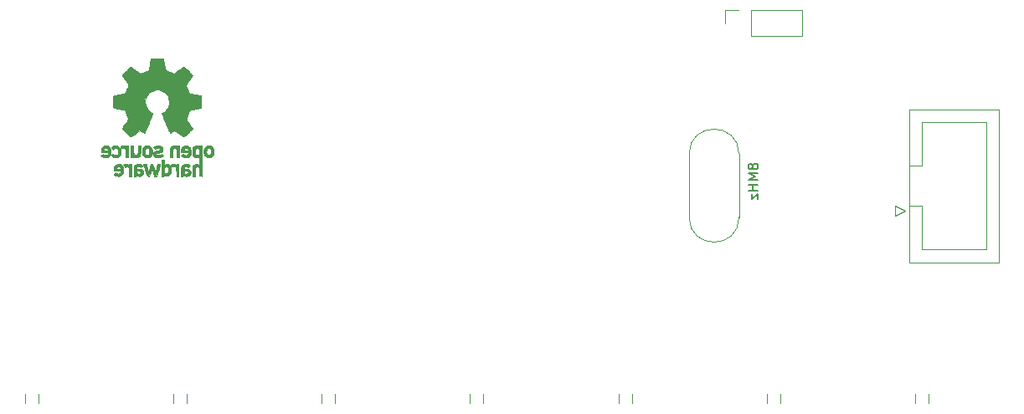
<source format=gbo>
G04 #@! TF.GenerationSoftware,KiCad,Pcbnew,(5.1.9)-1*
G04 #@! TF.CreationDate,2021-04-20T14:37:47+02:00*
G04 #@! TF.ProjectId,light-external-controller,6c696768-742d-4657-9874-65726e616c2d,rev?*
G04 #@! TF.SameCoordinates,Original*
G04 #@! TF.FileFunction,Legend,Bot*
G04 #@! TF.FilePolarity,Positive*
%FSLAX46Y46*%
G04 Gerber Fmt 4.6, Leading zero omitted, Abs format (unit mm)*
G04 Created by KiCad (PCBNEW (5.1.9)-1) date 2021-04-20 14:37:47*
%MOMM*%
%LPD*%
G01*
G04 APERTURE LIST*
%ADD10C,0.150000*%
%ADD11C,0.010000*%
%ADD12C,0.120000*%
%ADD13C,1.524000*%
%ADD14C,1.500000*%
%ADD15O,3.048000X1.850000*%
%ADD16R,2.000000X2.000000*%
%ADD17C,2.000000*%
%ADD18R,3.200000X2.000000*%
%ADD19R,0.900000X0.500000*%
%ADD20O,1.700000X1.700000*%
%ADD21R,1.700000X1.700000*%
%ADD22C,1.700000*%
%ADD23C,3.700000*%
G04 APERTURE END LIST*
D10*
X128880952Y-101404761D02*
X128833333Y-101309523D01*
X128785714Y-101261904D01*
X128690476Y-101214285D01*
X128642857Y-101214285D01*
X128547619Y-101261904D01*
X128500000Y-101309523D01*
X128452380Y-101404761D01*
X128452380Y-101595238D01*
X128500000Y-101690476D01*
X128547619Y-101738095D01*
X128642857Y-101785714D01*
X128690476Y-101785714D01*
X128785714Y-101738095D01*
X128833333Y-101690476D01*
X128880952Y-101595238D01*
X128880952Y-101404761D01*
X128928571Y-101309523D01*
X128976190Y-101261904D01*
X129071428Y-101214285D01*
X129261904Y-101214285D01*
X129357142Y-101261904D01*
X129404761Y-101309523D01*
X129452380Y-101404761D01*
X129452380Y-101595238D01*
X129404761Y-101690476D01*
X129357142Y-101738095D01*
X129261904Y-101785714D01*
X129071428Y-101785714D01*
X128976190Y-101738095D01*
X128928571Y-101690476D01*
X128880952Y-101595238D01*
X129452380Y-102214285D02*
X128452380Y-102214285D01*
X129166666Y-102547619D01*
X128452380Y-102880952D01*
X129452380Y-102880952D01*
X129452380Y-103357142D02*
X128452380Y-103357142D01*
X128928571Y-103357142D02*
X128928571Y-103928571D01*
X129452380Y-103928571D02*
X128452380Y-103928571D01*
X128785714Y-104309523D02*
X128785714Y-104833333D01*
X129452380Y-104309523D01*
X129452380Y-104833333D01*
D11*
G36*
X67953465Y-91133172D02*
G01*
X67840883Y-91730363D01*
X67425469Y-91901610D01*
X67010056Y-92072857D01*
X66511698Y-91733978D01*
X66372132Y-91639622D01*
X66245972Y-91555375D01*
X66139105Y-91485083D01*
X66057418Y-91432592D01*
X66006799Y-91401749D01*
X65993014Y-91395098D01*
X65968180Y-91412203D01*
X65915112Y-91459489D01*
X65839760Y-91530917D01*
X65748071Y-91620445D01*
X65645993Y-91722034D01*
X65539474Y-91829643D01*
X65434464Y-91937232D01*
X65336909Y-92038760D01*
X65252758Y-92128186D01*
X65187960Y-92199471D01*
X65148462Y-92246573D01*
X65139020Y-92262337D01*
X65152609Y-92291398D01*
X65190707Y-92355066D01*
X65249306Y-92447112D01*
X65324403Y-92561309D01*
X65411991Y-92691429D01*
X65462746Y-92765646D01*
X65555255Y-92901167D01*
X65637460Y-93023461D01*
X65705370Y-93126440D01*
X65755000Y-93204018D01*
X65782360Y-93250106D01*
X65786471Y-93259792D01*
X65777151Y-93287319D01*
X65751746Y-93351473D01*
X65714089Y-93443235D01*
X65668014Y-93553584D01*
X65617354Y-93673500D01*
X65565941Y-93793964D01*
X65517611Y-93905954D01*
X65476194Y-94000452D01*
X65445526Y-94068437D01*
X65429438Y-94100888D01*
X65428489Y-94102165D01*
X65403228Y-94108362D01*
X65335954Y-94122185D01*
X65233640Y-94142277D01*
X65103259Y-94167279D01*
X64951784Y-94195831D01*
X64863406Y-94212296D01*
X64701548Y-94243114D01*
X64555351Y-94272439D01*
X64432213Y-94298666D01*
X64339531Y-94320191D01*
X64284699Y-94335410D01*
X64273677Y-94340238D01*
X64262881Y-94372919D01*
X64254171Y-94446730D01*
X64247540Y-94553037D01*
X64242982Y-94683212D01*
X64240491Y-94828621D01*
X64240062Y-94980635D01*
X64241689Y-95130622D01*
X64245365Y-95269951D01*
X64251085Y-95389990D01*
X64258842Y-95482110D01*
X64268632Y-95537677D01*
X64274504Y-95549245D01*
X64309601Y-95563110D01*
X64383972Y-95582933D01*
X64487777Y-95606384D01*
X64611181Y-95631136D01*
X64654259Y-95639143D01*
X64861953Y-95677186D01*
X65026016Y-95707824D01*
X65151870Y-95732274D01*
X65244935Y-95751754D01*
X65310633Y-95767481D01*
X65354383Y-95780673D01*
X65381608Y-95792549D01*
X65397728Y-95804325D01*
X65399983Y-95806653D01*
X65422497Y-95844145D01*
X65456842Y-95917110D01*
X65499589Y-96016612D01*
X65547308Y-96133718D01*
X65596570Y-96259493D01*
X65643945Y-96385002D01*
X65686005Y-96501310D01*
X65719320Y-96599484D01*
X65740459Y-96670588D01*
X65745995Y-96705687D01*
X65745534Y-96706917D01*
X65726777Y-96735606D01*
X65684224Y-96798730D01*
X65622347Y-96889718D01*
X65545618Y-97002000D01*
X65458509Y-97129005D01*
X65433701Y-97165098D01*
X65345247Y-97295948D01*
X65267412Y-97415336D01*
X65204434Y-97516407D01*
X65160555Y-97592304D01*
X65140015Y-97636172D01*
X65139020Y-97641562D01*
X65156278Y-97669889D01*
X65203964Y-97726006D01*
X65275950Y-97803882D01*
X65366103Y-97897485D01*
X65468295Y-98000786D01*
X65576394Y-98107751D01*
X65684272Y-98212351D01*
X65785796Y-98308554D01*
X65874838Y-98390329D01*
X65945267Y-98451645D01*
X65990953Y-98486471D01*
X66003591Y-98492157D01*
X66033009Y-98478765D01*
X66093239Y-98442644D01*
X66174470Y-98389881D01*
X66236970Y-98347412D01*
X66350215Y-98269485D01*
X66484326Y-98177729D01*
X66618845Y-98086120D01*
X66691167Y-98037091D01*
X66935962Y-97871515D01*
X67141449Y-97982620D01*
X67235064Y-98031293D01*
X67314670Y-98069126D01*
X67368533Y-98090703D01*
X67382243Y-98093706D01*
X67398730Y-98071538D01*
X67431255Y-98008894D01*
X67477391Y-97911554D01*
X67534710Y-97785294D01*
X67600784Y-97635895D01*
X67673185Y-97469133D01*
X67749484Y-97290787D01*
X67827254Y-97106636D01*
X67904066Y-96922457D01*
X67977494Y-96744030D01*
X68045108Y-96577132D01*
X68104480Y-96427542D01*
X68153184Y-96301038D01*
X68188790Y-96203399D01*
X68208870Y-96140402D01*
X68212100Y-96118766D01*
X68186504Y-96091169D01*
X68130461Y-96046370D01*
X68055689Y-95993679D01*
X68049413Y-95989510D01*
X67856155Y-95834814D01*
X67700326Y-95654336D01*
X67583276Y-95453847D01*
X67506355Y-95239119D01*
X67470914Y-95015922D01*
X67478303Y-94790026D01*
X67529873Y-94567204D01*
X67626974Y-94353224D01*
X67655542Y-94306409D01*
X67804132Y-94117363D01*
X67979673Y-93965557D01*
X68176090Y-93851779D01*
X68387307Y-93776820D01*
X68607247Y-93741467D01*
X68829837Y-93746512D01*
X69048999Y-93792744D01*
X69258658Y-93880951D01*
X69452739Y-94011924D01*
X69512774Y-94065082D01*
X69665565Y-94231484D01*
X69776903Y-94406657D01*
X69853277Y-94603011D01*
X69895813Y-94797462D01*
X69906314Y-95016087D01*
X69871299Y-95235797D01*
X69794327Y-95449165D01*
X69678953Y-95648767D01*
X69528734Y-95827174D01*
X69347227Y-95976962D01*
X69323373Y-95992751D01*
X69247799Y-96044457D01*
X69190349Y-96089257D01*
X69162883Y-96117862D01*
X69162483Y-96118766D01*
X69168380Y-96149709D01*
X69191755Y-96219936D01*
X69230179Y-96323670D01*
X69281223Y-96455135D01*
X69342458Y-96608552D01*
X69411456Y-96778146D01*
X69485786Y-96958138D01*
X69563022Y-97142753D01*
X69640732Y-97326213D01*
X69716489Y-97502741D01*
X69787863Y-97666559D01*
X69852426Y-97811892D01*
X69907748Y-97932962D01*
X69951400Y-98023992D01*
X69980954Y-98079205D01*
X69992856Y-98093706D01*
X70029223Y-98082414D01*
X70097270Y-98052130D01*
X70185263Y-98008265D01*
X70233649Y-97982620D01*
X70439137Y-97871515D01*
X70683932Y-98037091D01*
X70808894Y-98121915D01*
X70945705Y-98215261D01*
X71073911Y-98303153D01*
X71138129Y-98347412D01*
X71228449Y-98408063D01*
X71304929Y-98456126D01*
X71357593Y-98485515D01*
X71374698Y-98491727D01*
X71399595Y-98474968D01*
X71454695Y-98428181D01*
X71534657Y-98356225D01*
X71634139Y-98263957D01*
X71747800Y-98156235D01*
X71819685Y-98087071D01*
X71945449Y-97963502D01*
X72054137Y-97852979D01*
X72141355Y-97760230D01*
X72202711Y-97689982D01*
X72233809Y-97646965D01*
X72236792Y-97638235D01*
X72222947Y-97605029D01*
X72184688Y-97537887D01*
X72126258Y-97443608D01*
X72051903Y-97328990D01*
X71965865Y-97200828D01*
X71941397Y-97165098D01*
X71852245Y-97035234D01*
X71772262Y-96918314D01*
X71705920Y-96820907D01*
X71657689Y-96749584D01*
X71632043Y-96710915D01*
X71629565Y-96706917D01*
X71633271Y-96676100D01*
X71652939Y-96608344D01*
X71685140Y-96512584D01*
X71726445Y-96397754D01*
X71773425Y-96272789D01*
X71822651Y-96146624D01*
X71870692Y-96028193D01*
X71914119Y-95926430D01*
X71949504Y-95850271D01*
X71973416Y-95808649D01*
X71975116Y-95806653D01*
X71989738Y-95794758D01*
X72014435Y-95782995D01*
X72054628Y-95770146D01*
X72115737Y-95754994D01*
X72203183Y-95736321D01*
X72322388Y-95712910D01*
X72478773Y-95683542D01*
X72677757Y-95647000D01*
X72720840Y-95639143D01*
X72848529Y-95614472D01*
X72959847Y-95590338D01*
X73044955Y-95569069D01*
X73094017Y-95552993D01*
X73100595Y-95549245D01*
X73111436Y-95516018D01*
X73120247Y-95441766D01*
X73127024Y-95335121D01*
X73131760Y-95204712D01*
X73134450Y-95059172D01*
X73135087Y-94907131D01*
X73133666Y-94757221D01*
X73130180Y-94618073D01*
X73124624Y-94498317D01*
X73116992Y-94406586D01*
X73107278Y-94351511D01*
X73101422Y-94340238D01*
X73068820Y-94328868D01*
X72994582Y-94310369D01*
X72886104Y-94286347D01*
X72750783Y-94258407D01*
X72596015Y-94228153D01*
X72511692Y-94212296D01*
X72351704Y-94182389D01*
X72209033Y-94155295D01*
X72090652Y-94132376D01*
X72003535Y-94114988D01*
X71954655Y-94104492D01*
X71946610Y-94102165D01*
X71933013Y-94075931D01*
X71904271Y-94012740D01*
X71864215Y-93921622D01*
X71816676Y-93811602D01*
X71765485Y-93691710D01*
X71714474Y-93570972D01*
X71667474Y-93458416D01*
X71628316Y-93363071D01*
X71600831Y-93293962D01*
X71588851Y-93260119D01*
X71588628Y-93258640D01*
X71602209Y-93231942D01*
X71640285Y-93170505D01*
X71698853Y-93080434D01*
X71773912Y-92967835D01*
X71861460Y-92838815D01*
X71912353Y-92764706D01*
X72005091Y-92628822D01*
X72087459Y-92505454D01*
X72155439Y-92400842D01*
X72205012Y-92321228D01*
X72232158Y-92272852D01*
X72236079Y-92262007D01*
X72219225Y-92236765D01*
X72172632Y-92182869D01*
X72102251Y-92106358D01*
X72014035Y-92013268D01*
X71913935Y-91909640D01*
X71807902Y-91801509D01*
X71701889Y-91694915D01*
X71601848Y-91595895D01*
X71513730Y-91510487D01*
X71443487Y-91444730D01*
X71397072Y-91404661D01*
X71381544Y-91395098D01*
X71356261Y-91408545D01*
X71295789Y-91446320D01*
X71206008Y-91504580D01*
X71092797Y-91579479D01*
X70962036Y-91667170D01*
X70863400Y-91733978D01*
X70365043Y-92072857D01*
X69949629Y-91901610D01*
X69534216Y-91730363D01*
X69421634Y-91133172D01*
X69309051Y-90535980D01*
X68066048Y-90535980D01*
X67953465Y-91133172D01*
G37*
X67953465Y-91133172D02*
X67840883Y-91730363D01*
X67425469Y-91901610D01*
X67010056Y-92072857D01*
X66511698Y-91733978D01*
X66372132Y-91639622D01*
X66245972Y-91555375D01*
X66139105Y-91485083D01*
X66057418Y-91432592D01*
X66006799Y-91401749D01*
X65993014Y-91395098D01*
X65968180Y-91412203D01*
X65915112Y-91459489D01*
X65839760Y-91530917D01*
X65748071Y-91620445D01*
X65645993Y-91722034D01*
X65539474Y-91829643D01*
X65434464Y-91937232D01*
X65336909Y-92038760D01*
X65252758Y-92128186D01*
X65187960Y-92199471D01*
X65148462Y-92246573D01*
X65139020Y-92262337D01*
X65152609Y-92291398D01*
X65190707Y-92355066D01*
X65249306Y-92447112D01*
X65324403Y-92561309D01*
X65411991Y-92691429D01*
X65462746Y-92765646D01*
X65555255Y-92901167D01*
X65637460Y-93023461D01*
X65705370Y-93126440D01*
X65755000Y-93204018D01*
X65782360Y-93250106D01*
X65786471Y-93259792D01*
X65777151Y-93287319D01*
X65751746Y-93351473D01*
X65714089Y-93443235D01*
X65668014Y-93553584D01*
X65617354Y-93673500D01*
X65565941Y-93793964D01*
X65517611Y-93905954D01*
X65476194Y-94000452D01*
X65445526Y-94068437D01*
X65429438Y-94100888D01*
X65428489Y-94102165D01*
X65403228Y-94108362D01*
X65335954Y-94122185D01*
X65233640Y-94142277D01*
X65103259Y-94167279D01*
X64951784Y-94195831D01*
X64863406Y-94212296D01*
X64701548Y-94243114D01*
X64555351Y-94272439D01*
X64432213Y-94298666D01*
X64339531Y-94320191D01*
X64284699Y-94335410D01*
X64273677Y-94340238D01*
X64262881Y-94372919D01*
X64254171Y-94446730D01*
X64247540Y-94553037D01*
X64242982Y-94683212D01*
X64240491Y-94828621D01*
X64240062Y-94980635D01*
X64241689Y-95130622D01*
X64245365Y-95269951D01*
X64251085Y-95389990D01*
X64258842Y-95482110D01*
X64268632Y-95537677D01*
X64274504Y-95549245D01*
X64309601Y-95563110D01*
X64383972Y-95582933D01*
X64487777Y-95606384D01*
X64611181Y-95631136D01*
X64654259Y-95639143D01*
X64861953Y-95677186D01*
X65026016Y-95707824D01*
X65151870Y-95732274D01*
X65244935Y-95751754D01*
X65310633Y-95767481D01*
X65354383Y-95780673D01*
X65381608Y-95792549D01*
X65397728Y-95804325D01*
X65399983Y-95806653D01*
X65422497Y-95844145D01*
X65456842Y-95917110D01*
X65499589Y-96016612D01*
X65547308Y-96133718D01*
X65596570Y-96259493D01*
X65643945Y-96385002D01*
X65686005Y-96501310D01*
X65719320Y-96599484D01*
X65740459Y-96670588D01*
X65745995Y-96705687D01*
X65745534Y-96706917D01*
X65726777Y-96735606D01*
X65684224Y-96798730D01*
X65622347Y-96889718D01*
X65545618Y-97002000D01*
X65458509Y-97129005D01*
X65433701Y-97165098D01*
X65345247Y-97295948D01*
X65267412Y-97415336D01*
X65204434Y-97516407D01*
X65160555Y-97592304D01*
X65140015Y-97636172D01*
X65139020Y-97641562D01*
X65156278Y-97669889D01*
X65203964Y-97726006D01*
X65275950Y-97803882D01*
X65366103Y-97897485D01*
X65468295Y-98000786D01*
X65576394Y-98107751D01*
X65684272Y-98212351D01*
X65785796Y-98308554D01*
X65874838Y-98390329D01*
X65945267Y-98451645D01*
X65990953Y-98486471D01*
X66003591Y-98492157D01*
X66033009Y-98478765D01*
X66093239Y-98442644D01*
X66174470Y-98389881D01*
X66236970Y-98347412D01*
X66350215Y-98269485D01*
X66484326Y-98177729D01*
X66618845Y-98086120D01*
X66691167Y-98037091D01*
X66935962Y-97871515D01*
X67141449Y-97982620D01*
X67235064Y-98031293D01*
X67314670Y-98069126D01*
X67368533Y-98090703D01*
X67382243Y-98093706D01*
X67398730Y-98071538D01*
X67431255Y-98008894D01*
X67477391Y-97911554D01*
X67534710Y-97785294D01*
X67600784Y-97635895D01*
X67673185Y-97469133D01*
X67749484Y-97290787D01*
X67827254Y-97106636D01*
X67904066Y-96922457D01*
X67977494Y-96744030D01*
X68045108Y-96577132D01*
X68104480Y-96427542D01*
X68153184Y-96301038D01*
X68188790Y-96203399D01*
X68208870Y-96140402D01*
X68212100Y-96118766D01*
X68186504Y-96091169D01*
X68130461Y-96046370D01*
X68055689Y-95993679D01*
X68049413Y-95989510D01*
X67856155Y-95834814D01*
X67700326Y-95654336D01*
X67583276Y-95453847D01*
X67506355Y-95239119D01*
X67470914Y-95015922D01*
X67478303Y-94790026D01*
X67529873Y-94567204D01*
X67626974Y-94353224D01*
X67655542Y-94306409D01*
X67804132Y-94117363D01*
X67979673Y-93965557D01*
X68176090Y-93851779D01*
X68387307Y-93776820D01*
X68607247Y-93741467D01*
X68829837Y-93746512D01*
X69048999Y-93792744D01*
X69258658Y-93880951D01*
X69452739Y-94011924D01*
X69512774Y-94065082D01*
X69665565Y-94231484D01*
X69776903Y-94406657D01*
X69853277Y-94603011D01*
X69895813Y-94797462D01*
X69906314Y-95016087D01*
X69871299Y-95235797D01*
X69794327Y-95449165D01*
X69678953Y-95648767D01*
X69528734Y-95827174D01*
X69347227Y-95976962D01*
X69323373Y-95992751D01*
X69247799Y-96044457D01*
X69190349Y-96089257D01*
X69162883Y-96117862D01*
X69162483Y-96118766D01*
X69168380Y-96149709D01*
X69191755Y-96219936D01*
X69230179Y-96323670D01*
X69281223Y-96455135D01*
X69342458Y-96608552D01*
X69411456Y-96778146D01*
X69485786Y-96958138D01*
X69563022Y-97142753D01*
X69640732Y-97326213D01*
X69716489Y-97502741D01*
X69787863Y-97666559D01*
X69852426Y-97811892D01*
X69907748Y-97932962D01*
X69951400Y-98023992D01*
X69980954Y-98079205D01*
X69992856Y-98093706D01*
X70029223Y-98082414D01*
X70097270Y-98052130D01*
X70185263Y-98008265D01*
X70233649Y-97982620D01*
X70439137Y-97871515D01*
X70683932Y-98037091D01*
X70808894Y-98121915D01*
X70945705Y-98215261D01*
X71073911Y-98303153D01*
X71138129Y-98347412D01*
X71228449Y-98408063D01*
X71304929Y-98456126D01*
X71357593Y-98485515D01*
X71374698Y-98491727D01*
X71399595Y-98474968D01*
X71454695Y-98428181D01*
X71534657Y-98356225D01*
X71634139Y-98263957D01*
X71747800Y-98156235D01*
X71819685Y-98087071D01*
X71945449Y-97963502D01*
X72054137Y-97852979D01*
X72141355Y-97760230D01*
X72202711Y-97689982D01*
X72233809Y-97646965D01*
X72236792Y-97638235D01*
X72222947Y-97605029D01*
X72184688Y-97537887D01*
X72126258Y-97443608D01*
X72051903Y-97328990D01*
X71965865Y-97200828D01*
X71941397Y-97165098D01*
X71852245Y-97035234D01*
X71772262Y-96918314D01*
X71705920Y-96820907D01*
X71657689Y-96749584D01*
X71632043Y-96710915D01*
X71629565Y-96706917D01*
X71633271Y-96676100D01*
X71652939Y-96608344D01*
X71685140Y-96512584D01*
X71726445Y-96397754D01*
X71773425Y-96272789D01*
X71822651Y-96146624D01*
X71870692Y-96028193D01*
X71914119Y-95926430D01*
X71949504Y-95850271D01*
X71973416Y-95808649D01*
X71975116Y-95806653D01*
X71989738Y-95794758D01*
X72014435Y-95782995D01*
X72054628Y-95770146D01*
X72115737Y-95754994D01*
X72203183Y-95736321D01*
X72322388Y-95712910D01*
X72478773Y-95683542D01*
X72677757Y-95647000D01*
X72720840Y-95639143D01*
X72848529Y-95614472D01*
X72959847Y-95590338D01*
X73044955Y-95569069D01*
X73094017Y-95552993D01*
X73100595Y-95549245D01*
X73111436Y-95516018D01*
X73120247Y-95441766D01*
X73127024Y-95335121D01*
X73131760Y-95204712D01*
X73134450Y-95059172D01*
X73135087Y-94907131D01*
X73133666Y-94757221D01*
X73130180Y-94618073D01*
X73124624Y-94498317D01*
X73116992Y-94406586D01*
X73107278Y-94351511D01*
X73101422Y-94340238D01*
X73068820Y-94328868D01*
X72994582Y-94310369D01*
X72886104Y-94286347D01*
X72750783Y-94258407D01*
X72596015Y-94228153D01*
X72511692Y-94212296D01*
X72351704Y-94182389D01*
X72209033Y-94155295D01*
X72090652Y-94132376D01*
X72003535Y-94114988D01*
X71954655Y-94104492D01*
X71946610Y-94102165D01*
X71933013Y-94075931D01*
X71904271Y-94012740D01*
X71864215Y-93921622D01*
X71816676Y-93811602D01*
X71765485Y-93691710D01*
X71714474Y-93570972D01*
X71667474Y-93458416D01*
X71628316Y-93363071D01*
X71600831Y-93293962D01*
X71588851Y-93260119D01*
X71588628Y-93258640D01*
X71602209Y-93231942D01*
X71640285Y-93170505D01*
X71698853Y-93080434D01*
X71773912Y-92967835D01*
X71861460Y-92838815D01*
X71912353Y-92764706D01*
X72005091Y-92628822D01*
X72087459Y-92505454D01*
X72155439Y-92400842D01*
X72205012Y-92321228D01*
X72232158Y-92272852D01*
X72236079Y-92262007D01*
X72219225Y-92236765D01*
X72172632Y-92182869D01*
X72102251Y-92106358D01*
X72014035Y-92013268D01*
X71913935Y-91909640D01*
X71807902Y-91801509D01*
X71701889Y-91694915D01*
X71601848Y-91595895D01*
X71513730Y-91510487D01*
X71443487Y-91444730D01*
X71397072Y-91404661D01*
X71381544Y-91395098D01*
X71356261Y-91408545D01*
X71295789Y-91446320D01*
X71206008Y-91504580D01*
X71092797Y-91579479D01*
X70962036Y-91667170D01*
X70863400Y-91733978D01*
X70365043Y-92072857D01*
X69949629Y-91901610D01*
X69534216Y-91730363D01*
X69421634Y-91133172D01*
X69309051Y-90535980D01*
X68066048Y-90535980D01*
X67953465Y-91133172D01*
G36*
X65136363Y-99387472D02*
G01*
X65050710Y-99413641D01*
X64995563Y-99446707D01*
X64977599Y-99472855D01*
X64982543Y-99503852D01*
X65014628Y-99552547D01*
X65041757Y-99587035D01*
X65097683Y-99649383D01*
X65139701Y-99675615D01*
X65175520Y-99673903D01*
X65281776Y-99646863D01*
X65359811Y-99648091D01*
X65423180Y-99678735D01*
X65444454Y-99696670D01*
X65512549Y-99759779D01*
X65512549Y-100583922D01*
X65786471Y-100583922D01*
X65786471Y-99388628D01*
X65649510Y-99388628D01*
X65567281Y-99391879D01*
X65524856Y-99403426D01*
X65512555Y-99425952D01*
X65512549Y-99426620D01*
X65506740Y-99450215D01*
X65480469Y-99447138D01*
X65444069Y-99430115D01*
X65368889Y-99398439D01*
X65307842Y-99379381D01*
X65229292Y-99374496D01*
X65136363Y-99387472D01*
G37*
X65136363Y-99387472D02*
X65050710Y-99413641D01*
X64995563Y-99446707D01*
X64977599Y-99472855D01*
X64982543Y-99503852D01*
X65014628Y-99552547D01*
X65041757Y-99587035D01*
X65097683Y-99649383D01*
X65139701Y-99675615D01*
X65175520Y-99673903D01*
X65281776Y-99646863D01*
X65359811Y-99648091D01*
X65423180Y-99678735D01*
X65444454Y-99696670D01*
X65512549Y-99759779D01*
X65512549Y-100583922D01*
X65786471Y-100583922D01*
X65786471Y-99388628D01*
X65649510Y-99388628D01*
X65567281Y-99391879D01*
X65524856Y-99403426D01*
X65512555Y-99425952D01*
X65512549Y-99426620D01*
X65506740Y-99450215D01*
X65480469Y-99447138D01*
X65444069Y-99430115D01*
X65368889Y-99398439D01*
X65307842Y-99379381D01*
X65229292Y-99374496D01*
X65136363Y-99387472D01*
G36*
X70193240Y-99409199D02*
G01*
X70131264Y-99438802D01*
X70071241Y-99481561D01*
X70025514Y-99530775D01*
X69992207Y-99593544D01*
X69969445Y-99676971D01*
X69955353Y-99788159D01*
X69948058Y-99934209D01*
X69945682Y-100122223D01*
X69945645Y-100141912D01*
X69945098Y-100583922D01*
X70219020Y-100583922D01*
X70219020Y-100176435D01*
X70219215Y-100025471D01*
X70220564Y-99916056D01*
X70224212Y-99839933D01*
X70231304Y-99788848D01*
X70242987Y-99754545D01*
X70260406Y-99728768D01*
X70284671Y-99703298D01*
X70369565Y-99648571D01*
X70462239Y-99638416D01*
X70550527Y-99673017D01*
X70581230Y-99698770D01*
X70603771Y-99722982D01*
X70619954Y-99748912D01*
X70630832Y-99784708D01*
X70637458Y-99838519D01*
X70640885Y-99918493D01*
X70642166Y-100032779D01*
X70642353Y-100171907D01*
X70642353Y-100583922D01*
X70916275Y-100583922D01*
X70916275Y-99388628D01*
X70779314Y-99388628D01*
X70697084Y-99391879D01*
X70654660Y-99403426D01*
X70642359Y-99425952D01*
X70642353Y-99426620D01*
X70636646Y-99448681D01*
X70611473Y-99446177D01*
X70561422Y-99421937D01*
X70447906Y-99386271D01*
X70318055Y-99382305D01*
X70193240Y-99409199D01*
G37*
X70193240Y-99409199D02*
X70131264Y-99438802D01*
X70071241Y-99481561D01*
X70025514Y-99530775D01*
X69992207Y-99593544D01*
X69969445Y-99676971D01*
X69955353Y-99788159D01*
X69948058Y-99934209D01*
X69945682Y-100122223D01*
X69945645Y-100141912D01*
X69945098Y-100583922D01*
X70219020Y-100583922D01*
X70219020Y-100176435D01*
X70219215Y-100025471D01*
X70220564Y-99916056D01*
X70224212Y-99839933D01*
X70231304Y-99788848D01*
X70242987Y-99754545D01*
X70260406Y-99728768D01*
X70284671Y-99703298D01*
X70369565Y-99648571D01*
X70462239Y-99638416D01*
X70550527Y-99673017D01*
X70581230Y-99698770D01*
X70603771Y-99722982D01*
X70619954Y-99748912D01*
X70630832Y-99784708D01*
X70637458Y-99838519D01*
X70640885Y-99918493D01*
X70642166Y-100032779D01*
X70642353Y-100171907D01*
X70642353Y-100583922D01*
X70916275Y-100583922D01*
X70916275Y-99388628D01*
X70779314Y-99388628D01*
X70697084Y-99391879D01*
X70654660Y-99403426D01*
X70642359Y-99425952D01*
X70642353Y-99426620D01*
X70636646Y-99448681D01*
X70611473Y-99446177D01*
X70561422Y-99421937D01*
X70447906Y-99386271D01*
X70318055Y-99382305D01*
X70193240Y-99409199D01*
G36*
X63396713Y-99384355D02*
G01*
X63332949Y-99399845D01*
X63210700Y-99456569D01*
X63106166Y-99543202D01*
X63033820Y-99647074D01*
X63023881Y-99670396D01*
X63010246Y-99731484D01*
X63000702Y-99821853D01*
X62997451Y-99913190D01*
X62997451Y-100085882D01*
X63358530Y-100085882D01*
X63507454Y-100086445D01*
X63612368Y-100089864D01*
X63679063Y-100098731D01*
X63713334Y-100115641D01*
X63720972Y-100143189D01*
X63707771Y-100183968D01*
X63684123Y-100231683D01*
X63618157Y-100311314D01*
X63526488Y-100350987D01*
X63414445Y-100349695D01*
X63287528Y-100306514D01*
X63177842Y-100253224D01*
X63086827Y-100325191D01*
X62995812Y-100397157D01*
X63081437Y-100476269D01*
X63195750Y-100551017D01*
X63336334Y-100596084D01*
X63487551Y-100608696D01*
X63633764Y-100586079D01*
X63657353Y-100578405D01*
X63785859Y-100511296D01*
X63881449Y-100411247D01*
X63946139Y-100275271D01*
X63981943Y-100100380D01*
X63982360Y-100096632D01*
X63985566Y-99906032D01*
X63972607Y-99838035D01*
X63719608Y-99838035D01*
X63696373Y-99848491D01*
X63633290Y-99856500D01*
X63540294Y-99861073D01*
X63481362Y-99861765D01*
X63371463Y-99861332D01*
X63302748Y-99858578D01*
X63266595Y-99851321D01*
X63254385Y-99837376D01*
X63257496Y-99814562D01*
X63260106Y-99805735D01*
X63304656Y-99722800D01*
X63374721Y-99655960D01*
X63436554Y-99626589D01*
X63518699Y-99628362D01*
X63601938Y-99664990D01*
X63671762Y-99725634D01*
X63713663Y-99799456D01*
X63719608Y-99838035D01*
X63972607Y-99838035D01*
X63953615Y-99738395D01*
X63890227Y-99597711D01*
X63799122Y-99487974D01*
X63684022Y-99413174D01*
X63548645Y-99377304D01*
X63396713Y-99384355D01*
G37*
X63396713Y-99384355D02*
X63332949Y-99399845D01*
X63210700Y-99456569D01*
X63106166Y-99543202D01*
X63033820Y-99647074D01*
X63023881Y-99670396D01*
X63010246Y-99731484D01*
X63000702Y-99821853D01*
X62997451Y-99913190D01*
X62997451Y-100085882D01*
X63358530Y-100085882D01*
X63507454Y-100086445D01*
X63612368Y-100089864D01*
X63679063Y-100098731D01*
X63713334Y-100115641D01*
X63720972Y-100143189D01*
X63707771Y-100183968D01*
X63684123Y-100231683D01*
X63618157Y-100311314D01*
X63526488Y-100350987D01*
X63414445Y-100349695D01*
X63287528Y-100306514D01*
X63177842Y-100253224D01*
X63086827Y-100325191D01*
X62995812Y-100397157D01*
X63081437Y-100476269D01*
X63195750Y-100551017D01*
X63336334Y-100596084D01*
X63487551Y-100608696D01*
X63633764Y-100586079D01*
X63657353Y-100578405D01*
X63785859Y-100511296D01*
X63881449Y-100411247D01*
X63946139Y-100275271D01*
X63981943Y-100100380D01*
X63982360Y-100096632D01*
X63985566Y-99906032D01*
X63972607Y-99838035D01*
X63719608Y-99838035D01*
X63696373Y-99848491D01*
X63633290Y-99856500D01*
X63540294Y-99861073D01*
X63481362Y-99861765D01*
X63371463Y-99861332D01*
X63302748Y-99858578D01*
X63266595Y-99851321D01*
X63254385Y-99837376D01*
X63257496Y-99814562D01*
X63260106Y-99805735D01*
X63304656Y-99722800D01*
X63374721Y-99655960D01*
X63436554Y-99626589D01*
X63518699Y-99628362D01*
X63601938Y-99664990D01*
X63671762Y-99725634D01*
X63713663Y-99799456D01*
X63719608Y-99838035D01*
X63972607Y-99838035D01*
X63953615Y-99738395D01*
X63890227Y-99597711D01*
X63799122Y-99487974D01*
X63684022Y-99413174D01*
X63548645Y-99377304D01*
X63396713Y-99384355D01*
G36*
X64309024Y-99399056D02*
G01*
X64164744Y-99460348D01*
X64119301Y-99490185D01*
X64061221Y-99536036D01*
X64024762Y-99572089D01*
X64018432Y-99583832D01*
X64036307Y-99609889D01*
X64082050Y-99654105D01*
X64118672Y-99684965D01*
X64218912Y-99765520D01*
X64298065Y-99698918D01*
X64359231Y-99655921D01*
X64418871Y-99641079D01*
X64487128Y-99644704D01*
X64595518Y-99671652D01*
X64670128Y-99727587D01*
X64715470Y-99818014D01*
X64736053Y-99948435D01*
X64736058Y-99948517D01*
X64734278Y-100094290D01*
X64706613Y-100201245D01*
X64651429Y-100274064D01*
X64613808Y-100298723D01*
X64513895Y-100329431D01*
X64407178Y-100329449D01*
X64314331Y-100299655D01*
X64292353Y-100285098D01*
X64237235Y-100247914D01*
X64194141Y-100241820D01*
X64147665Y-100269496D01*
X64096284Y-100319205D01*
X64014954Y-100403116D01*
X64105251Y-100477546D01*
X64244764Y-100561549D01*
X64402088Y-100602947D01*
X64566497Y-100599950D01*
X64674469Y-100572500D01*
X64800669Y-100504620D01*
X64901599Y-100397831D01*
X64947452Y-100322451D01*
X64984590Y-100214297D01*
X65003173Y-100077318D01*
X65003316Y-99928864D01*
X64985135Y-99786281D01*
X64948745Y-99666918D01*
X64943013Y-99654680D01*
X64858135Y-99534655D01*
X64743218Y-99447267D01*
X64607341Y-99394329D01*
X64459583Y-99377654D01*
X64309024Y-99399056D01*
G37*
X64309024Y-99399056D02*
X64164744Y-99460348D01*
X64119301Y-99490185D01*
X64061221Y-99536036D01*
X64024762Y-99572089D01*
X64018432Y-99583832D01*
X64036307Y-99609889D01*
X64082050Y-99654105D01*
X64118672Y-99684965D01*
X64218912Y-99765520D01*
X64298065Y-99698918D01*
X64359231Y-99655921D01*
X64418871Y-99641079D01*
X64487128Y-99644704D01*
X64595518Y-99671652D01*
X64670128Y-99727587D01*
X64715470Y-99818014D01*
X64736053Y-99948435D01*
X64736058Y-99948517D01*
X64734278Y-100094290D01*
X64706613Y-100201245D01*
X64651429Y-100274064D01*
X64613808Y-100298723D01*
X64513895Y-100329431D01*
X64407178Y-100329449D01*
X64314331Y-100299655D01*
X64292353Y-100285098D01*
X64237235Y-100247914D01*
X64194141Y-100241820D01*
X64147665Y-100269496D01*
X64096284Y-100319205D01*
X64014954Y-100403116D01*
X64105251Y-100477546D01*
X64244764Y-100561549D01*
X64402088Y-100602947D01*
X64566497Y-100599950D01*
X64674469Y-100572500D01*
X64800669Y-100504620D01*
X64901599Y-100397831D01*
X64947452Y-100322451D01*
X64984590Y-100214297D01*
X65003173Y-100077318D01*
X65003316Y-99928864D01*
X64985135Y-99786281D01*
X64948745Y-99666918D01*
X64943013Y-99654680D01*
X64858135Y-99534655D01*
X64743218Y-99447267D01*
X64607341Y-99394329D01*
X64459583Y-99377654D01*
X64309024Y-99399056D01*
G36*
X66732746Y-99776245D02*
G01*
X66730392Y-99958879D01*
X66721793Y-100097600D01*
X66704640Y-100198147D01*
X66676626Y-100266254D01*
X66635443Y-100307659D01*
X66578783Y-100328097D01*
X66508628Y-100333318D01*
X66435152Y-100327468D01*
X66379343Y-100306093D01*
X66338891Y-100263458D01*
X66311491Y-100193825D01*
X66294833Y-100091460D01*
X66286611Y-99950624D01*
X66284510Y-99776245D01*
X66284510Y-99388628D01*
X66010589Y-99388628D01*
X66010589Y-100583922D01*
X66147549Y-100583922D01*
X66230116Y-100580576D01*
X66272632Y-100568826D01*
X66284510Y-100546520D01*
X66291664Y-100526654D01*
X66320135Y-100530857D01*
X66377524Y-100558971D01*
X66509055Y-100602342D01*
X66648562Y-100599270D01*
X66782235Y-100552174D01*
X66845892Y-100514971D01*
X66894447Y-100474691D01*
X66929919Y-100424291D01*
X66954326Y-100356729D01*
X66969687Y-100264965D01*
X66978018Y-100141955D01*
X66981338Y-99980659D01*
X66981765Y-99855928D01*
X66981765Y-99388628D01*
X66732746Y-99388628D01*
X66732746Y-99776245D01*
G37*
X66732746Y-99776245D02*
X66730392Y-99958879D01*
X66721793Y-100097600D01*
X66704640Y-100198147D01*
X66676626Y-100266254D01*
X66635443Y-100307659D01*
X66578783Y-100328097D01*
X66508628Y-100333318D01*
X66435152Y-100327468D01*
X66379343Y-100306093D01*
X66338891Y-100263458D01*
X66311491Y-100193825D01*
X66294833Y-100091460D01*
X66286611Y-99950624D01*
X66284510Y-99776245D01*
X66284510Y-99388628D01*
X66010589Y-99388628D01*
X66010589Y-100583922D01*
X66147549Y-100583922D01*
X66230116Y-100580576D01*
X66272632Y-100568826D01*
X66284510Y-100546520D01*
X66291664Y-100526654D01*
X66320135Y-100530857D01*
X66377524Y-100558971D01*
X66509055Y-100602342D01*
X66648562Y-100599270D01*
X66782235Y-100552174D01*
X66845892Y-100514971D01*
X66894447Y-100474691D01*
X66929919Y-100424291D01*
X66954326Y-100356729D01*
X66969687Y-100264965D01*
X66978018Y-100141955D01*
X66981338Y-99980659D01*
X66981765Y-99855928D01*
X66981765Y-99388628D01*
X66732746Y-99388628D01*
X66732746Y-99776245D01*
G36*
X67490453Y-99403364D02*
G01*
X67364498Y-99471959D01*
X67265953Y-99580245D01*
X67219522Y-99668315D01*
X67199588Y-99746101D01*
X67186672Y-99856993D01*
X67181137Y-99984738D01*
X67183346Y-100113084D01*
X67193663Y-100225779D01*
X67205714Y-100285969D01*
X67246366Y-100368311D01*
X67316770Y-100455770D01*
X67401618Y-100532251D01*
X67485603Y-100581655D01*
X67487651Y-100582439D01*
X67591866Y-100604027D01*
X67715373Y-100604562D01*
X67832739Y-100584908D01*
X67878058Y-100569155D01*
X67994780Y-100502966D01*
X68078376Y-100416246D01*
X68133299Y-100301438D01*
X68164005Y-100150982D01*
X68170953Y-100072173D01*
X68170067Y-99973145D01*
X67903138Y-99973145D01*
X67894146Y-100117645D01*
X67868264Y-100227760D01*
X67827132Y-100298116D01*
X67797828Y-100318235D01*
X67722749Y-100332265D01*
X67633506Y-100328111D01*
X67556350Y-100307922D01*
X67536117Y-100296815D01*
X67482735Y-100232123D01*
X67447500Y-100133119D01*
X67432502Y-100012632D01*
X67439828Y-99883494D01*
X67456201Y-99805775D01*
X67503210Y-99715771D01*
X67577418Y-99659509D01*
X67666791Y-99640057D01*
X67759293Y-99660481D01*
X67830347Y-99710437D01*
X67867688Y-99751655D01*
X67889482Y-99792281D01*
X67899870Y-99847264D01*
X67902994Y-99931549D01*
X67903138Y-99973145D01*
X68170067Y-99973145D01*
X68169070Y-99861874D01*
X68134820Y-99689423D01*
X68068198Y-99554814D01*
X67969201Y-99458040D01*
X67837825Y-99399094D01*
X67809615Y-99392259D01*
X67640074Y-99376213D01*
X67490453Y-99403364D01*
G37*
X67490453Y-99403364D02*
X67364498Y-99471959D01*
X67265953Y-99580245D01*
X67219522Y-99668315D01*
X67199588Y-99746101D01*
X67186672Y-99856993D01*
X67181137Y-99984738D01*
X67183346Y-100113084D01*
X67193663Y-100225779D01*
X67205714Y-100285969D01*
X67246366Y-100368311D01*
X67316770Y-100455770D01*
X67401618Y-100532251D01*
X67485603Y-100581655D01*
X67487651Y-100582439D01*
X67591866Y-100604027D01*
X67715373Y-100604562D01*
X67832739Y-100584908D01*
X67878058Y-100569155D01*
X67994780Y-100502966D01*
X68078376Y-100416246D01*
X68133299Y-100301438D01*
X68164005Y-100150982D01*
X68170953Y-100072173D01*
X68170067Y-99973145D01*
X67903138Y-99973145D01*
X67894146Y-100117645D01*
X67868264Y-100227760D01*
X67827132Y-100298116D01*
X67797828Y-100318235D01*
X67722749Y-100332265D01*
X67633506Y-100328111D01*
X67556350Y-100307922D01*
X67536117Y-100296815D01*
X67482735Y-100232123D01*
X67447500Y-100133119D01*
X67432502Y-100012632D01*
X67439828Y-99883494D01*
X67456201Y-99805775D01*
X67503210Y-99715771D01*
X67577418Y-99659509D01*
X67666791Y-99640057D01*
X67759293Y-99660481D01*
X67830347Y-99710437D01*
X67867688Y-99751655D01*
X67889482Y-99792281D01*
X67899870Y-99847264D01*
X67902994Y-99931549D01*
X67903138Y-99973145D01*
X68170067Y-99973145D01*
X68169070Y-99861874D01*
X68134820Y-99689423D01*
X68068198Y-99554814D01*
X67969201Y-99458040D01*
X67837825Y-99399094D01*
X67809615Y-99392259D01*
X67640074Y-99376213D01*
X67490453Y-99403364D01*
G36*
X68672241Y-99384345D02*
G01*
X68577941Y-99402229D01*
X68480110Y-99439633D01*
X68469657Y-99444402D01*
X68395469Y-99483412D01*
X68344090Y-99519664D01*
X68327483Y-99542887D01*
X68343298Y-99580761D01*
X68381712Y-99636644D01*
X68398763Y-99657505D01*
X68469031Y-99739618D01*
X68559621Y-99686168D01*
X68645836Y-99650561D01*
X68745451Y-99631529D01*
X68840981Y-99630326D01*
X68914939Y-99648210D01*
X68932688Y-99659373D01*
X68966488Y-99710553D01*
X68970596Y-99769509D01*
X68945304Y-99815567D01*
X68930344Y-99824499D01*
X68885514Y-99835592D01*
X68806714Y-99848630D01*
X68709574Y-99861088D01*
X68691654Y-99863042D01*
X68535635Y-99890030D01*
X68422477Y-99935873D01*
X68347431Y-100004803D01*
X68305747Y-100101054D01*
X68292762Y-100218617D01*
X68310701Y-100352254D01*
X68368950Y-100457195D01*
X68467745Y-100533630D01*
X68607318Y-100581748D01*
X68762255Y-100600732D01*
X68888602Y-100600504D01*
X68991087Y-100583262D01*
X69061079Y-100559457D01*
X69149517Y-100517978D01*
X69231246Y-100469842D01*
X69260295Y-100448655D01*
X69335000Y-100387676D01*
X69244902Y-100296508D01*
X69154804Y-100205339D01*
X69052368Y-100273128D01*
X68949626Y-100324042D01*
X68839913Y-100350673D01*
X68734449Y-100353483D01*
X68644454Y-100332935D01*
X68581146Y-100289493D01*
X68560704Y-100252838D01*
X68563771Y-100194053D01*
X68614566Y-100149099D01*
X68712952Y-100118057D01*
X68820744Y-100103710D01*
X68986635Y-100076337D01*
X69109876Y-100024693D01*
X69192114Y-99947266D01*
X69234999Y-99842544D01*
X69240940Y-99718387D01*
X69211594Y-99588702D01*
X69144691Y-99490677D01*
X69039629Y-99423866D01*
X68895810Y-99387820D01*
X68789262Y-99380754D01*
X68672241Y-99384345D01*
G37*
X68672241Y-99384345D02*
X68577941Y-99402229D01*
X68480110Y-99439633D01*
X68469657Y-99444402D01*
X68395469Y-99483412D01*
X68344090Y-99519664D01*
X68327483Y-99542887D01*
X68343298Y-99580761D01*
X68381712Y-99636644D01*
X68398763Y-99657505D01*
X68469031Y-99739618D01*
X68559621Y-99686168D01*
X68645836Y-99650561D01*
X68745451Y-99631529D01*
X68840981Y-99630326D01*
X68914939Y-99648210D01*
X68932688Y-99659373D01*
X68966488Y-99710553D01*
X68970596Y-99769509D01*
X68945304Y-99815567D01*
X68930344Y-99824499D01*
X68885514Y-99835592D01*
X68806714Y-99848630D01*
X68709574Y-99861088D01*
X68691654Y-99863042D01*
X68535635Y-99890030D01*
X68422477Y-99935873D01*
X68347431Y-100004803D01*
X68305747Y-100101054D01*
X68292762Y-100218617D01*
X68310701Y-100352254D01*
X68368950Y-100457195D01*
X68467745Y-100533630D01*
X68607318Y-100581748D01*
X68762255Y-100600732D01*
X68888602Y-100600504D01*
X68991087Y-100583262D01*
X69061079Y-100559457D01*
X69149517Y-100517978D01*
X69231246Y-100469842D01*
X69260295Y-100448655D01*
X69335000Y-100387676D01*
X69244902Y-100296508D01*
X69154804Y-100205339D01*
X69052368Y-100273128D01*
X68949626Y-100324042D01*
X68839913Y-100350673D01*
X68734449Y-100353483D01*
X68644454Y-100332935D01*
X68581146Y-100289493D01*
X68560704Y-100252838D01*
X68563771Y-100194053D01*
X68614566Y-100149099D01*
X68712952Y-100118057D01*
X68820744Y-100103710D01*
X68986635Y-100076337D01*
X69109876Y-100024693D01*
X69192114Y-99947266D01*
X69234999Y-99842544D01*
X69240940Y-99718387D01*
X69211594Y-99588702D01*
X69144691Y-99490677D01*
X69039629Y-99423866D01*
X68895810Y-99387820D01*
X68789262Y-99380754D01*
X68672241Y-99384345D01*
G36*
X71386796Y-99416354D02*
G01*
X71361981Y-99428037D01*
X71276094Y-99490951D01*
X71194879Y-99582769D01*
X71134236Y-99683868D01*
X71116988Y-99730349D01*
X71101251Y-99813376D01*
X71091867Y-99913713D01*
X71090728Y-99955147D01*
X71090589Y-100085882D01*
X71843047Y-100085882D01*
X71827007Y-100154363D01*
X71787637Y-100235355D01*
X71718806Y-100305351D01*
X71636919Y-100350441D01*
X71584737Y-100359804D01*
X71513971Y-100348441D01*
X71429540Y-100319943D01*
X71400858Y-100306831D01*
X71294791Y-100253858D01*
X71204272Y-100322901D01*
X71152039Y-100369597D01*
X71124247Y-100408140D01*
X71122840Y-100419452D01*
X71147668Y-100446868D01*
X71202083Y-100488532D01*
X71251472Y-100521037D01*
X71384748Y-100579468D01*
X71534161Y-100605915D01*
X71682249Y-100599039D01*
X71800295Y-100563096D01*
X71921982Y-100486101D01*
X72008460Y-100384728D01*
X72062559Y-100253570D01*
X72087109Y-100087224D01*
X72089286Y-100011108D01*
X72080573Y-99836685D01*
X72079503Y-99831611D01*
X71830173Y-99831611D01*
X71823306Y-99847968D01*
X71795083Y-99856988D01*
X71736873Y-99860854D01*
X71640042Y-99861749D01*
X71602757Y-99861765D01*
X71489317Y-99860413D01*
X71417378Y-99855505D01*
X71378687Y-99845760D01*
X71364995Y-99829899D01*
X71364510Y-99824805D01*
X71380137Y-99784326D01*
X71419247Y-99727621D01*
X71436061Y-99707766D01*
X71498481Y-99651611D01*
X71563547Y-99629532D01*
X71598603Y-99627686D01*
X71693442Y-99650766D01*
X71772973Y-99712759D01*
X71823423Y-99802802D01*
X71824317Y-99805735D01*
X71830173Y-99831611D01*
X72079503Y-99831611D01*
X72051601Y-99699343D01*
X71999410Y-99589461D01*
X71935579Y-99511461D01*
X71817567Y-99426882D01*
X71678842Y-99381686D01*
X71531290Y-99377600D01*
X71386796Y-99416354D01*
G37*
X71386796Y-99416354D02*
X71361981Y-99428037D01*
X71276094Y-99490951D01*
X71194879Y-99582769D01*
X71134236Y-99683868D01*
X71116988Y-99730349D01*
X71101251Y-99813376D01*
X71091867Y-99913713D01*
X71090728Y-99955147D01*
X71090589Y-100085882D01*
X71843047Y-100085882D01*
X71827007Y-100154363D01*
X71787637Y-100235355D01*
X71718806Y-100305351D01*
X71636919Y-100350441D01*
X71584737Y-100359804D01*
X71513971Y-100348441D01*
X71429540Y-100319943D01*
X71400858Y-100306831D01*
X71294791Y-100253858D01*
X71204272Y-100322901D01*
X71152039Y-100369597D01*
X71124247Y-100408140D01*
X71122840Y-100419452D01*
X71147668Y-100446868D01*
X71202083Y-100488532D01*
X71251472Y-100521037D01*
X71384748Y-100579468D01*
X71534161Y-100605915D01*
X71682249Y-100599039D01*
X71800295Y-100563096D01*
X71921982Y-100486101D01*
X72008460Y-100384728D01*
X72062559Y-100253570D01*
X72087109Y-100087224D01*
X72089286Y-100011108D01*
X72080573Y-99836685D01*
X72079503Y-99831611D01*
X71830173Y-99831611D01*
X71823306Y-99847968D01*
X71795083Y-99856988D01*
X71736873Y-99860854D01*
X71640042Y-99861749D01*
X71602757Y-99861765D01*
X71489317Y-99860413D01*
X71417378Y-99855505D01*
X71378687Y-99845760D01*
X71364995Y-99829899D01*
X71364510Y-99824805D01*
X71380137Y-99784326D01*
X71419247Y-99727621D01*
X71436061Y-99707766D01*
X71498481Y-99651611D01*
X71563547Y-99629532D01*
X71598603Y-99627686D01*
X71693442Y-99650766D01*
X71772973Y-99712759D01*
X71823423Y-99802802D01*
X71824317Y-99805735D01*
X71830173Y-99831611D01*
X72079503Y-99831611D01*
X72051601Y-99699343D01*
X71999410Y-99589461D01*
X71935579Y-99511461D01*
X71817567Y-99426882D01*
X71678842Y-99381686D01*
X71531290Y-99377600D01*
X71386796Y-99416354D01*
G36*
X73726753Y-99401568D02*
G01*
X73596478Y-99459163D01*
X73497581Y-99555334D01*
X73429918Y-99690229D01*
X73393345Y-99863996D01*
X73390724Y-99891126D01*
X73388670Y-100082408D01*
X73415301Y-100250073D01*
X73468999Y-100385967D01*
X73497753Y-100429681D01*
X73597909Y-100522198D01*
X73725463Y-100582119D01*
X73868163Y-100606985D01*
X74013760Y-100594339D01*
X74124438Y-100555391D01*
X74219616Y-100489755D01*
X74297406Y-100403699D01*
X74298751Y-100401685D01*
X74330343Y-100348570D01*
X74350873Y-100295160D01*
X74363305Y-100227754D01*
X74370603Y-100132653D01*
X74373818Y-100054666D01*
X74375156Y-99983944D01*
X74126186Y-99983944D01*
X74123753Y-100054348D01*
X74114920Y-100148068D01*
X74099336Y-100208214D01*
X74071234Y-100251006D01*
X74044914Y-100276002D01*
X73951608Y-100328338D01*
X73853980Y-100335333D01*
X73763058Y-100297676D01*
X73717598Y-100255479D01*
X73684838Y-100212956D01*
X73665677Y-100172267D01*
X73657267Y-100119314D01*
X73656763Y-100039997D01*
X73659355Y-99966950D01*
X73664929Y-99862601D01*
X73673766Y-99794920D01*
X73689693Y-99750774D01*
X73716538Y-99717031D01*
X73737811Y-99697746D01*
X73826794Y-99647086D01*
X73922789Y-99644560D01*
X74003281Y-99674567D01*
X74071947Y-99737231D01*
X74112856Y-99840168D01*
X74126186Y-99983944D01*
X74375156Y-99983944D01*
X74376754Y-99899582D01*
X74371740Y-99783600D01*
X74356717Y-99696367D01*
X74329624Y-99627530D01*
X74288400Y-99566737D01*
X74273115Y-99548686D01*
X74177546Y-99458746D01*
X74075039Y-99406211D01*
X73949679Y-99384201D01*
X73888550Y-99382402D01*
X73726753Y-99401568D01*
G37*
X73726753Y-99401568D02*
X73596478Y-99459163D01*
X73497581Y-99555334D01*
X73429918Y-99690229D01*
X73393345Y-99863996D01*
X73390724Y-99891126D01*
X73388670Y-100082408D01*
X73415301Y-100250073D01*
X73468999Y-100385967D01*
X73497753Y-100429681D01*
X73597909Y-100522198D01*
X73725463Y-100582119D01*
X73868163Y-100606985D01*
X74013760Y-100594339D01*
X74124438Y-100555391D01*
X74219616Y-100489755D01*
X74297406Y-100403699D01*
X74298751Y-100401685D01*
X74330343Y-100348570D01*
X74350873Y-100295160D01*
X74363305Y-100227754D01*
X74370603Y-100132653D01*
X74373818Y-100054666D01*
X74375156Y-99983944D01*
X74126186Y-99983944D01*
X74123753Y-100054348D01*
X74114920Y-100148068D01*
X74099336Y-100208214D01*
X74071234Y-100251006D01*
X74044914Y-100276002D01*
X73951608Y-100328338D01*
X73853980Y-100335333D01*
X73763058Y-100297676D01*
X73717598Y-100255479D01*
X73684838Y-100212956D01*
X73665677Y-100172267D01*
X73657267Y-100119314D01*
X73656763Y-100039997D01*
X73659355Y-99966950D01*
X73664929Y-99862601D01*
X73673766Y-99794920D01*
X73689693Y-99750774D01*
X73716538Y-99717031D01*
X73737811Y-99697746D01*
X73826794Y-99647086D01*
X73922789Y-99644560D01*
X74003281Y-99674567D01*
X74071947Y-99737231D01*
X74112856Y-99840168D01*
X74126186Y-99983944D01*
X74375156Y-99983944D01*
X74376754Y-99899582D01*
X74371740Y-99783600D01*
X74356717Y-99696367D01*
X74329624Y-99627530D01*
X74288400Y-99566737D01*
X74273115Y-99548686D01*
X74177546Y-99458746D01*
X74075039Y-99406211D01*
X73949679Y-99384201D01*
X73888550Y-99382402D01*
X73726753Y-99401568D01*
G36*
X64674693Y-101262784D02*
G01*
X64555663Y-101293731D01*
X64455979Y-101357600D01*
X64407712Y-101405313D01*
X64328592Y-101518106D01*
X64283248Y-101648950D01*
X64267670Y-101809792D01*
X64267590Y-101822794D01*
X64267451Y-101953530D01*
X65019909Y-101953530D01*
X65003870Y-102022010D01*
X64974909Y-102084031D01*
X64924222Y-102148654D01*
X64913621Y-102158971D01*
X64822506Y-102214805D01*
X64718600Y-102224275D01*
X64599000Y-102187540D01*
X64578726Y-102177647D01*
X64516544Y-102147574D01*
X64474894Y-102130440D01*
X64467627Y-102128855D01*
X64442260Y-102144242D01*
X64393880Y-102181887D01*
X64369321Y-102202459D01*
X64318430Y-102249714D01*
X64301719Y-102280917D01*
X64313317Y-102309620D01*
X64319517Y-102317468D01*
X64361507Y-102351819D01*
X64430794Y-102393565D01*
X64479118Y-102417935D01*
X64616289Y-102460873D01*
X64768153Y-102474786D01*
X64911976Y-102458300D01*
X64952255Y-102446496D01*
X65076922Y-102379689D01*
X65169329Y-102276892D01*
X65230010Y-102137105D01*
X65259502Y-101959330D01*
X65262740Y-101866373D01*
X65253286Y-101731033D01*
X65014510Y-101731033D01*
X64991416Y-101741038D01*
X64929338Y-101748888D01*
X64839086Y-101753521D01*
X64777942Y-101754314D01*
X64667960Y-101753549D01*
X64598543Y-101749970D01*
X64560462Y-101741649D01*
X64544485Y-101726657D01*
X64541373Y-101704903D01*
X64562722Y-101637892D01*
X64616471Y-101571664D01*
X64687178Y-101520832D01*
X64757911Y-101500038D01*
X64853984Y-101518484D01*
X64937151Y-101571811D01*
X64994814Y-101648677D01*
X65014510Y-101731033D01*
X65253286Y-101731033D01*
X65248972Y-101669291D01*
X65206480Y-101512271D01*
X65134365Y-101394069D01*
X65031727Y-101313440D01*
X64897668Y-101269139D01*
X64825043Y-101260607D01*
X64674693Y-101262784D01*
G37*
X64674693Y-101262784D02*
X64555663Y-101293731D01*
X64455979Y-101357600D01*
X64407712Y-101405313D01*
X64328592Y-101518106D01*
X64283248Y-101648950D01*
X64267670Y-101809792D01*
X64267590Y-101822794D01*
X64267451Y-101953530D01*
X65019909Y-101953530D01*
X65003870Y-102022010D01*
X64974909Y-102084031D01*
X64924222Y-102148654D01*
X64913621Y-102158971D01*
X64822506Y-102214805D01*
X64718600Y-102224275D01*
X64599000Y-102187540D01*
X64578726Y-102177647D01*
X64516544Y-102147574D01*
X64474894Y-102130440D01*
X64467627Y-102128855D01*
X64442260Y-102144242D01*
X64393880Y-102181887D01*
X64369321Y-102202459D01*
X64318430Y-102249714D01*
X64301719Y-102280917D01*
X64313317Y-102309620D01*
X64319517Y-102317468D01*
X64361507Y-102351819D01*
X64430794Y-102393565D01*
X64479118Y-102417935D01*
X64616289Y-102460873D01*
X64768153Y-102474786D01*
X64911976Y-102458300D01*
X64952255Y-102446496D01*
X65076922Y-102379689D01*
X65169329Y-102276892D01*
X65230010Y-102137105D01*
X65259502Y-101959330D01*
X65262740Y-101866373D01*
X65253286Y-101731033D01*
X65014510Y-101731033D01*
X64991416Y-101741038D01*
X64929338Y-101748888D01*
X64839086Y-101753521D01*
X64777942Y-101754314D01*
X64667960Y-101753549D01*
X64598543Y-101749970D01*
X64560462Y-101741649D01*
X64544485Y-101726657D01*
X64541373Y-101704903D01*
X64562722Y-101637892D01*
X64616471Y-101571664D01*
X64687178Y-101520832D01*
X64757911Y-101500038D01*
X64853984Y-101518484D01*
X64937151Y-101571811D01*
X64994814Y-101648677D01*
X65014510Y-101731033D01*
X65253286Y-101731033D01*
X65248972Y-101669291D01*
X65206480Y-101512271D01*
X65134365Y-101394069D01*
X65031727Y-101313440D01*
X64897668Y-101269139D01*
X64825043Y-101260607D01*
X64674693Y-101262784D01*
G36*
X65461554Y-101255883D02*
G01*
X65365823Y-101274755D01*
X65311323Y-101302699D01*
X65253992Y-101349123D01*
X65335559Y-101452111D01*
X65385850Y-101514479D01*
X65419999Y-101544907D01*
X65453937Y-101549555D01*
X65503594Y-101534586D01*
X65526904Y-101526117D01*
X65621937Y-101513622D01*
X65708968Y-101540406D01*
X65772862Y-101600915D01*
X65783241Y-101620208D01*
X65794544Y-101671314D01*
X65803268Y-101765500D01*
X65809003Y-101896089D01*
X65811340Y-102056405D01*
X65811373Y-102079211D01*
X65811373Y-102476471D01*
X66085295Y-102476471D01*
X66085295Y-101256275D01*
X65948334Y-101256275D01*
X65869362Y-101258337D01*
X65828221Y-101267513D01*
X65813008Y-101288290D01*
X65811373Y-101307886D01*
X65811373Y-101359497D01*
X65745760Y-101307886D01*
X65670525Y-101272675D01*
X65569456Y-101255265D01*
X65461554Y-101255883D01*
G37*
X65461554Y-101255883D02*
X65365823Y-101274755D01*
X65311323Y-101302699D01*
X65253992Y-101349123D01*
X65335559Y-101452111D01*
X65385850Y-101514479D01*
X65419999Y-101544907D01*
X65453937Y-101549555D01*
X65503594Y-101534586D01*
X65526904Y-101526117D01*
X65621937Y-101513622D01*
X65708968Y-101540406D01*
X65772862Y-101600915D01*
X65783241Y-101620208D01*
X65794544Y-101671314D01*
X65803268Y-101765500D01*
X65809003Y-101896089D01*
X65811340Y-102056405D01*
X65811373Y-102079211D01*
X65811373Y-102476471D01*
X66085295Y-102476471D01*
X66085295Y-101256275D01*
X65948334Y-101256275D01*
X65869362Y-101258337D01*
X65828221Y-101267513D01*
X65813008Y-101288290D01*
X65811373Y-101307886D01*
X65811373Y-101359497D01*
X65745760Y-101307886D01*
X65670525Y-101272675D01*
X65569456Y-101255265D01*
X65461554Y-101255883D01*
G36*
X66643541Y-101263669D02*
G01*
X66538580Y-101289163D01*
X66508239Y-101302669D01*
X66449427Y-101338046D01*
X66404291Y-101377890D01*
X66370894Y-101429120D01*
X66347299Y-101498654D01*
X66331567Y-101593409D01*
X66321761Y-101720305D01*
X66315943Y-101886258D01*
X66313734Y-101997108D01*
X66305604Y-102476471D01*
X66444469Y-102476471D01*
X66528713Y-102472938D01*
X66572116Y-102460866D01*
X66583334Y-102440594D01*
X66589256Y-102418674D01*
X66615734Y-102422865D01*
X66651814Y-102440441D01*
X66742138Y-102467382D01*
X66858223Y-102474642D01*
X66980320Y-102462767D01*
X67088679Y-102432305D01*
X67098398Y-102428077D01*
X67197432Y-102358505D01*
X67262719Y-102261789D01*
X67292760Y-102148738D01*
X67290465Y-102108122D01*
X67045367Y-102108122D01*
X67023771Y-102162782D01*
X66959741Y-102201952D01*
X66856435Y-102222974D01*
X66801226Y-102225766D01*
X66709218Y-102218620D01*
X66648059Y-102190848D01*
X66633138Y-102177647D01*
X66592713Y-102105829D01*
X66583334Y-102040686D01*
X66583334Y-101953530D01*
X66704731Y-101953530D01*
X66845847Y-101960722D01*
X66944827Y-101983345D01*
X67007367Y-102022964D01*
X67021369Y-102040628D01*
X67045367Y-102108122D01*
X67290465Y-102108122D01*
X67286059Y-102030157D01*
X67241120Y-101916855D01*
X67179804Y-101840285D01*
X67142668Y-101807181D01*
X67106313Y-101785425D01*
X67059010Y-101772161D01*
X66989027Y-101764528D01*
X66884636Y-101759670D01*
X66843230Y-101758273D01*
X66583334Y-101749780D01*
X66583715Y-101671116D01*
X66593781Y-101588428D01*
X66630171Y-101538431D01*
X66703689Y-101506489D01*
X66705661Y-101505920D01*
X66809895Y-101493361D01*
X66911892Y-101509766D01*
X66987695Y-101549657D01*
X67018110Y-101569354D01*
X67050868Y-101566629D01*
X67101279Y-101538091D01*
X67130881Y-101517950D01*
X67188782Y-101474919D01*
X67224648Y-101442662D01*
X67230403Y-101433427D01*
X67206705Y-101385636D01*
X67136687Y-101328562D01*
X67106275Y-101309305D01*
X67018845Y-101276140D01*
X66901017Y-101257350D01*
X66770134Y-101253129D01*
X66643541Y-101263669D01*
G37*
X66643541Y-101263669D02*
X66538580Y-101289163D01*
X66508239Y-101302669D01*
X66449427Y-101338046D01*
X66404291Y-101377890D01*
X66370894Y-101429120D01*
X66347299Y-101498654D01*
X66331567Y-101593409D01*
X66321761Y-101720305D01*
X66315943Y-101886258D01*
X66313734Y-101997108D01*
X66305604Y-102476471D01*
X66444469Y-102476471D01*
X66528713Y-102472938D01*
X66572116Y-102460866D01*
X66583334Y-102440594D01*
X66589256Y-102418674D01*
X66615734Y-102422865D01*
X66651814Y-102440441D01*
X66742138Y-102467382D01*
X66858223Y-102474642D01*
X66980320Y-102462767D01*
X67088679Y-102432305D01*
X67098398Y-102428077D01*
X67197432Y-102358505D01*
X67262719Y-102261789D01*
X67292760Y-102148738D01*
X67290465Y-102108122D01*
X67045367Y-102108122D01*
X67023771Y-102162782D01*
X66959741Y-102201952D01*
X66856435Y-102222974D01*
X66801226Y-102225766D01*
X66709218Y-102218620D01*
X66648059Y-102190848D01*
X66633138Y-102177647D01*
X66592713Y-102105829D01*
X66583334Y-102040686D01*
X66583334Y-101953530D01*
X66704731Y-101953530D01*
X66845847Y-101960722D01*
X66944827Y-101983345D01*
X67007367Y-102022964D01*
X67021369Y-102040628D01*
X67045367Y-102108122D01*
X67290465Y-102108122D01*
X67286059Y-102030157D01*
X67241120Y-101916855D01*
X67179804Y-101840285D01*
X67142668Y-101807181D01*
X67106313Y-101785425D01*
X67059010Y-101772161D01*
X66989027Y-101764528D01*
X66884636Y-101759670D01*
X66843230Y-101758273D01*
X66583334Y-101749780D01*
X66583715Y-101671116D01*
X66593781Y-101588428D01*
X66630171Y-101538431D01*
X66703689Y-101506489D01*
X66705661Y-101505920D01*
X66809895Y-101493361D01*
X66911892Y-101509766D01*
X66987695Y-101549657D01*
X67018110Y-101569354D01*
X67050868Y-101566629D01*
X67101279Y-101538091D01*
X67130881Y-101517950D01*
X67188782Y-101474919D01*
X67224648Y-101442662D01*
X67230403Y-101433427D01*
X67206705Y-101385636D01*
X67136687Y-101328562D01*
X67106275Y-101309305D01*
X67018845Y-101276140D01*
X66901017Y-101257350D01*
X66770134Y-101253129D01*
X66643541Y-101263669D01*
G36*
X68142472Y-101261332D02*
G01*
X68043986Y-101268726D01*
X67915224Y-101654706D01*
X67786463Y-102040686D01*
X67746089Y-101903726D01*
X67721793Y-101819083D01*
X67689833Y-101704697D01*
X67655321Y-101578963D01*
X67637072Y-101511520D01*
X67568429Y-101256275D01*
X67285227Y-101256275D01*
X67369878Y-101523971D01*
X67411565Y-101655638D01*
X67461926Y-101814458D01*
X67514519Y-101980128D01*
X67561470Y-102127843D01*
X67668411Y-102464020D01*
X67899339Y-102479044D01*
X67961950Y-102272316D01*
X68000562Y-102143896D01*
X68042700Y-102002322D01*
X68079528Y-101877285D01*
X68080982Y-101872309D01*
X68108489Y-101787586D01*
X68132758Y-101729778D01*
X68149757Y-101707918D01*
X68153250Y-101710446D01*
X68165510Y-101744336D01*
X68188805Y-101816930D01*
X68220300Y-101919101D01*
X68257158Y-102041720D01*
X68277101Y-102109167D01*
X68385105Y-102476471D01*
X68614321Y-102476471D01*
X68797561Y-101897500D01*
X68849037Y-101735091D01*
X68895930Y-101587602D01*
X68936023Y-101461960D01*
X68967103Y-101365095D01*
X68986955Y-101303934D01*
X68992989Y-101286065D01*
X68988212Y-101267768D01*
X68950703Y-101259755D01*
X68872645Y-101260557D01*
X68860426Y-101261163D01*
X68715674Y-101268726D01*
X68620870Y-101617353D01*
X68586023Y-101744497D01*
X68554883Y-101856265D01*
X68530191Y-101942953D01*
X68514688Y-101994856D01*
X68511824Y-102003318D01*
X68499954Y-101993587D01*
X68476017Y-101943172D01*
X68442761Y-101858935D01*
X68402936Y-101747741D01*
X68369270Y-101647297D01*
X68240959Y-101253939D01*
X68142472Y-101261332D01*
G37*
X68142472Y-101261332D02*
X68043986Y-101268726D01*
X67915224Y-101654706D01*
X67786463Y-102040686D01*
X67746089Y-101903726D01*
X67721793Y-101819083D01*
X67689833Y-101704697D01*
X67655321Y-101578963D01*
X67637072Y-101511520D01*
X67568429Y-101256275D01*
X67285227Y-101256275D01*
X67369878Y-101523971D01*
X67411565Y-101655638D01*
X67461926Y-101814458D01*
X67514519Y-101980128D01*
X67561470Y-102127843D01*
X67668411Y-102464020D01*
X67899339Y-102479044D01*
X67961950Y-102272316D01*
X68000562Y-102143896D01*
X68042700Y-102002322D01*
X68079528Y-101877285D01*
X68080982Y-101872309D01*
X68108489Y-101787586D01*
X68132758Y-101729778D01*
X68149757Y-101707918D01*
X68153250Y-101710446D01*
X68165510Y-101744336D01*
X68188805Y-101816930D01*
X68220300Y-101919101D01*
X68257158Y-102041720D01*
X68277101Y-102109167D01*
X68385105Y-102476471D01*
X68614321Y-102476471D01*
X68797561Y-101897500D01*
X68849037Y-101735091D01*
X68895930Y-101587602D01*
X68936023Y-101461960D01*
X68967103Y-101365095D01*
X68986955Y-101303934D01*
X68992989Y-101286065D01*
X68988212Y-101267768D01*
X68950703Y-101259755D01*
X68872645Y-101260557D01*
X68860426Y-101261163D01*
X68715674Y-101268726D01*
X68620870Y-101617353D01*
X68586023Y-101744497D01*
X68554883Y-101856265D01*
X68530191Y-101942953D01*
X68514688Y-101994856D01*
X68511824Y-102003318D01*
X68499954Y-101993587D01*
X68476017Y-101943172D01*
X68442761Y-101858935D01*
X68402936Y-101747741D01*
X68369270Y-101647297D01*
X68240959Y-101253939D01*
X68142472Y-101261332D01*
G36*
X69098432Y-102476471D02*
G01*
X69235393Y-102476471D01*
X69314889Y-102474140D01*
X69356292Y-102464488D01*
X69371199Y-102443525D01*
X69372353Y-102429351D01*
X69374867Y-102400927D01*
X69390720Y-102395475D01*
X69432379Y-102412998D01*
X69464776Y-102429351D01*
X69589151Y-102468103D01*
X69724354Y-102470346D01*
X69834274Y-102441444D01*
X69936634Y-102371619D01*
X70014660Y-102268555D01*
X70057386Y-102146989D01*
X70058474Y-102140192D01*
X70064822Y-102066032D01*
X70067979Y-101959570D01*
X70067725Y-101879052D01*
X69795711Y-101879052D01*
X69789410Y-101986070D01*
X69775075Y-102074278D01*
X69755669Y-102124090D01*
X69682254Y-102192162D01*
X69595086Y-102216564D01*
X69505196Y-102196831D01*
X69428383Y-102137968D01*
X69399292Y-102098379D01*
X69382283Y-102051138D01*
X69374316Y-101982181D01*
X69372353Y-101878607D01*
X69375866Y-101776039D01*
X69385143Y-101685921D01*
X69398294Y-101625613D01*
X69400486Y-101620208D01*
X69453522Y-101555940D01*
X69530933Y-101520656D01*
X69617546Y-101514959D01*
X69698193Y-101539453D01*
X69757703Y-101594742D01*
X69763876Y-101605743D01*
X69783199Y-101672827D01*
X69793726Y-101769284D01*
X69795711Y-101879052D01*
X70067725Y-101879052D01*
X70067596Y-101838225D01*
X70065806Y-101772918D01*
X70053627Y-101611355D01*
X70028315Y-101490053D01*
X69986207Y-101400379D01*
X69923641Y-101333699D01*
X69862900Y-101294557D01*
X69778036Y-101267040D01*
X69672485Y-101257603D01*
X69564402Y-101265290D01*
X69471942Y-101289146D01*
X69423090Y-101317685D01*
X69372353Y-101363601D01*
X69372353Y-100783137D01*
X69098432Y-100783137D01*
X69098432Y-102476471D01*
G37*
X69098432Y-102476471D02*
X69235393Y-102476471D01*
X69314889Y-102474140D01*
X69356292Y-102464488D01*
X69371199Y-102443525D01*
X69372353Y-102429351D01*
X69374867Y-102400927D01*
X69390720Y-102395475D01*
X69432379Y-102412998D01*
X69464776Y-102429351D01*
X69589151Y-102468103D01*
X69724354Y-102470346D01*
X69834274Y-102441444D01*
X69936634Y-102371619D01*
X70014660Y-102268555D01*
X70057386Y-102146989D01*
X70058474Y-102140192D01*
X70064822Y-102066032D01*
X70067979Y-101959570D01*
X70067725Y-101879052D01*
X69795711Y-101879052D01*
X69789410Y-101986070D01*
X69775075Y-102074278D01*
X69755669Y-102124090D01*
X69682254Y-102192162D01*
X69595086Y-102216564D01*
X69505196Y-102196831D01*
X69428383Y-102137968D01*
X69399292Y-102098379D01*
X69382283Y-102051138D01*
X69374316Y-101982181D01*
X69372353Y-101878607D01*
X69375866Y-101776039D01*
X69385143Y-101685921D01*
X69398294Y-101625613D01*
X69400486Y-101620208D01*
X69453522Y-101555940D01*
X69530933Y-101520656D01*
X69617546Y-101514959D01*
X69698193Y-101539453D01*
X69757703Y-101594742D01*
X69763876Y-101605743D01*
X69783199Y-101672827D01*
X69793726Y-101769284D01*
X69795711Y-101879052D01*
X70067725Y-101879052D01*
X70067596Y-101838225D01*
X70065806Y-101772918D01*
X70053627Y-101611355D01*
X70028315Y-101490053D01*
X69986207Y-101400379D01*
X69923641Y-101333699D01*
X69862900Y-101294557D01*
X69778036Y-101267040D01*
X69672485Y-101257603D01*
X69564402Y-101265290D01*
X69471942Y-101289146D01*
X69423090Y-101317685D01*
X69372353Y-101363601D01*
X69372353Y-100783137D01*
X69098432Y-100783137D01*
X69098432Y-102476471D01*
G36*
X70667236Y-101258921D02*
G01*
X70629970Y-101270091D01*
X70617957Y-101294633D01*
X70617451Y-101305712D01*
X70615296Y-101336572D01*
X70600449Y-101341417D01*
X70560343Y-101320260D01*
X70536520Y-101305806D01*
X70461362Y-101274850D01*
X70371594Y-101259544D01*
X70277471Y-101258367D01*
X70189246Y-101269799D01*
X70117174Y-101292320D01*
X70071508Y-101324409D01*
X70062502Y-101364545D01*
X70067047Y-101375415D01*
X70100179Y-101420534D01*
X70151555Y-101476026D01*
X70160848Y-101484996D01*
X70209818Y-101526245D01*
X70252069Y-101539572D01*
X70311159Y-101530271D01*
X70334831Y-101524090D01*
X70408496Y-101509246D01*
X70460290Y-101515921D01*
X70504031Y-101539465D01*
X70544098Y-101571061D01*
X70573608Y-101610798D01*
X70594116Y-101666252D01*
X70607176Y-101745003D01*
X70614344Y-101854629D01*
X70617176Y-102002706D01*
X70617451Y-102092111D01*
X70617451Y-102476471D01*
X70866471Y-102476471D01*
X70866471Y-101256275D01*
X70741961Y-101256275D01*
X70667236Y-101258921D01*
G37*
X70667236Y-101258921D02*
X70629970Y-101270091D01*
X70617957Y-101294633D01*
X70617451Y-101305712D01*
X70615296Y-101336572D01*
X70600449Y-101341417D01*
X70560343Y-101320260D01*
X70536520Y-101305806D01*
X70461362Y-101274850D01*
X70371594Y-101259544D01*
X70277471Y-101258367D01*
X70189246Y-101269799D01*
X70117174Y-101292320D01*
X70071508Y-101324409D01*
X70062502Y-101364545D01*
X70067047Y-101375415D01*
X70100179Y-101420534D01*
X70151555Y-101476026D01*
X70160848Y-101484996D01*
X70209818Y-101526245D01*
X70252069Y-101539572D01*
X70311159Y-101530271D01*
X70334831Y-101524090D01*
X70408496Y-101509246D01*
X70460290Y-101515921D01*
X70504031Y-101539465D01*
X70544098Y-101571061D01*
X70573608Y-101610798D01*
X70594116Y-101666252D01*
X70607176Y-101745003D01*
X70614344Y-101854629D01*
X70617176Y-102002706D01*
X70617451Y-102092111D01*
X70617451Y-102476471D01*
X70866471Y-102476471D01*
X70866471Y-101256275D01*
X70741961Y-101256275D01*
X70667236Y-101258921D01*
G36*
X71441280Y-101265922D02*
G01*
X71324130Y-101297180D01*
X71234949Y-101353837D01*
X71172016Y-101428045D01*
X71152452Y-101459716D01*
X71138008Y-101492891D01*
X71127911Y-101535329D01*
X71121385Y-101594788D01*
X71117658Y-101679029D01*
X71115954Y-101795810D01*
X71115500Y-101952890D01*
X71115491Y-101994565D01*
X71115491Y-102476471D01*
X71235020Y-102476471D01*
X71311261Y-102471131D01*
X71367634Y-102457604D01*
X71381758Y-102449262D01*
X71420370Y-102434864D01*
X71459808Y-102449262D01*
X71524738Y-102467237D01*
X71619055Y-102474472D01*
X71723593Y-102471333D01*
X71819189Y-102458186D01*
X71875000Y-102441318D01*
X71983002Y-102371986D01*
X72050497Y-102275772D01*
X72080841Y-102147844D01*
X72081123Y-102144559D01*
X72078460Y-102087808D01*
X71837647Y-102087808D01*
X71816595Y-102152358D01*
X71782303Y-102188686D01*
X71713468Y-102216162D01*
X71622610Y-102227129D01*
X71529958Y-102221731D01*
X71455744Y-102200110D01*
X71434951Y-102186239D01*
X71398619Y-102122143D01*
X71389412Y-102049278D01*
X71389412Y-101953530D01*
X71527173Y-101953530D01*
X71658047Y-101963605D01*
X71757259Y-101992148D01*
X71818977Y-102036639D01*
X71837647Y-102087808D01*
X72078460Y-102087808D01*
X72074564Y-102004790D01*
X72028466Y-101894282D01*
X71941800Y-101810712D01*
X71929821Y-101803110D01*
X71878345Y-101778357D01*
X71814632Y-101763368D01*
X71725565Y-101756082D01*
X71619755Y-101754407D01*
X71389412Y-101754314D01*
X71389412Y-101657755D01*
X71399183Y-101582836D01*
X71424116Y-101532644D01*
X71427035Y-101529972D01*
X71482519Y-101508015D01*
X71566273Y-101499505D01*
X71658833Y-101503687D01*
X71740730Y-101519809D01*
X71789327Y-101543990D01*
X71815659Y-101563359D01*
X71843465Y-101567057D01*
X71881839Y-101551188D01*
X71939875Y-101511855D01*
X72026669Y-101445164D01*
X72034635Y-101438916D01*
X72030553Y-101415800D01*
X71996499Y-101377352D01*
X71944740Y-101334627D01*
X71887545Y-101298679D01*
X71869575Y-101290191D01*
X71804028Y-101273252D01*
X71707980Y-101261170D01*
X71600671Y-101256323D01*
X71595653Y-101256313D01*
X71441280Y-101265922D01*
G37*
X71441280Y-101265922D02*
X71324130Y-101297180D01*
X71234949Y-101353837D01*
X71172016Y-101428045D01*
X71152452Y-101459716D01*
X71138008Y-101492891D01*
X71127911Y-101535329D01*
X71121385Y-101594788D01*
X71117658Y-101679029D01*
X71115954Y-101795810D01*
X71115500Y-101952890D01*
X71115491Y-101994565D01*
X71115491Y-102476471D01*
X71235020Y-102476471D01*
X71311261Y-102471131D01*
X71367634Y-102457604D01*
X71381758Y-102449262D01*
X71420370Y-102434864D01*
X71459808Y-102449262D01*
X71524738Y-102467237D01*
X71619055Y-102474472D01*
X71723593Y-102471333D01*
X71819189Y-102458186D01*
X71875000Y-102441318D01*
X71983002Y-102371986D01*
X72050497Y-102275772D01*
X72080841Y-102147844D01*
X72081123Y-102144559D01*
X72078460Y-102087808D01*
X71837647Y-102087808D01*
X71816595Y-102152358D01*
X71782303Y-102188686D01*
X71713468Y-102216162D01*
X71622610Y-102227129D01*
X71529958Y-102221731D01*
X71455744Y-102200110D01*
X71434951Y-102186239D01*
X71398619Y-102122143D01*
X71389412Y-102049278D01*
X71389412Y-101953530D01*
X71527173Y-101953530D01*
X71658047Y-101963605D01*
X71757259Y-101992148D01*
X71818977Y-102036639D01*
X71837647Y-102087808D01*
X72078460Y-102087808D01*
X72074564Y-102004790D01*
X72028466Y-101894282D01*
X71941800Y-101810712D01*
X71929821Y-101803110D01*
X71878345Y-101778357D01*
X71814632Y-101763368D01*
X71725565Y-101756082D01*
X71619755Y-101754407D01*
X71389412Y-101754314D01*
X71389412Y-101657755D01*
X71399183Y-101582836D01*
X71424116Y-101532644D01*
X71427035Y-101529972D01*
X71482519Y-101508015D01*
X71566273Y-101499505D01*
X71658833Y-101503687D01*
X71740730Y-101519809D01*
X71789327Y-101543990D01*
X71815659Y-101563359D01*
X71843465Y-101567057D01*
X71881839Y-101551188D01*
X71939875Y-101511855D01*
X72026669Y-101445164D01*
X72034635Y-101438916D01*
X72030553Y-101415800D01*
X71996499Y-101377352D01*
X71944740Y-101334627D01*
X71887545Y-101298679D01*
X71869575Y-101290191D01*
X71804028Y-101273252D01*
X71707980Y-101261170D01*
X71600671Y-101256323D01*
X71595653Y-101256313D01*
X71441280Y-101265922D01*
G36*
X72480091Y-99409560D02*
G01*
X72427588Y-99435499D01*
X72362842Y-99480700D01*
X72315653Y-99529991D01*
X72283335Y-99591885D01*
X72263203Y-99674896D01*
X72252570Y-99787538D01*
X72248753Y-99938324D01*
X72248530Y-100003149D01*
X72249182Y-100145221D01*
X72251888Y-100246757D01*
X72257776Y-100317015D01*
X72267973Y-100365256D01*
X72283606Y-100400738D01*
X72299872Y-100424943D01*
X72403705Y-100527929D01*
X72525979Y-100589874D01*
X72657886Y-100608506D01*
X72790616Y-100581549D01*
X72832667Y-100562486D01*
X72933334Y-100510015D01*
X72933334Y-101332259D01*
X72859865Y-101294267D01*
X72763059Y-101264872D01*
X72644072Y-101257342D01*
X72525255Y-101271245D01*
X72435527Y-101302476D01*
X72361101Y-101361954D01*
X72297510Y-101447066D01*
X72292729Y-101455805D01*
X72272563Y-101496966D01*
X72257835Y-101538454D01*
X72247697Y-101588713D01*
X72241301Y-101656184D01*
X72237799Y-101749309D01*
X72236342Y-101876531D01*
X72236079Y-102019701D01*
X72236079Y-102476471D01*
X72510000Y-102476471D01*
X72510000Y-101634231D01*
X72586617Y-101569763D01*
X72666207Y-101518194D01*
X72741578Y-101508818D01*
X72817367Y-101532947D01*
X72857759Y-101556574D01*
X72887821Y-101590227D01*
X72909203Y-101641087D01*
X72923550Y-101716334D01*
X72932510Y-101823146D01*
X72937730Y-101968704D01*
X72939569Y-102065588D01*
X72945785Y-102464020D01*
X73076520Y-102471547D01*
X73207255Y-102479073D01*
X73207255Y-100006582D01*
X72933334Y-100006582D01*
X72926350Y-100144423D01*
X72902818Y-100240107D01*
X72858865Y-100299641D01*
X72790618Y-100329029D01*
X72721667Y-100334902D01*
X72643614Y-100328154D01*
X72591811Y-100301594D01*
X72559417Y-100266499D01*
X72533916Y-100228752D01*
X72518735Y-100186700D01*
X72511981Y-100127779D01*
X72511759Y-100039428D01*
X72514032Y-99965448D01*
X72519251Y-99854000D01*
X72527021Y-99780833D01*
X72540105Y-99734422D01*
X72561268Y-99703244D01*
X72581240Y-99685223D01*
X72664686Y-99645925D01*
X72763449Y-99639579D01*
X72820159Y-99653116D01*
X72876308Y-99701233D01*
X72913501Y-99794833D01*
X72931528Y-99933254D01*
X72933334Y-100006582D01*
X73207255Y-100006582D01*
X73207255Y-99388628D01*
X73070295Y-99388628D01*
X72988065Y-99391879D01*
X72945640Y-99403426D01*
X72933339Y-99425952D01*
X72933334Y-99426620D01*
X72927626Y-99448681D01*
X72902453Y-99446176D01*
X72852402Y-99421935D01*
X72735781Y-99384851D01*
X72604571Y-99380953D01*
X72480091Y-99409560D01*
G37*
X72480091Y-99409560D02*
X72427588Y-99435499D01*
X72362842Y-99480700D01*
X72315653Y-99529991D01*
X72283335Y-99591885D01*
X72263203Y-99674896D01*
X72252570Y-99787538D01*
X72248753Y-99938324D01*
X72248530Y-100003149D01*
X72249182Y-100145221D01*
X72251888Y-100246757D01*
X72257776Y-100317015D01*
X72267973Y-100365256D01*
X72283606Y-100400738D01*
X72299872Y-100424943D01*
X72403705Y-100527929D01*
X72525979Y-100589874D01*
X72657886Y-100608506D01*
X72790616Y-100581549D01*
X72832667Y-100562486D01*
X72933334Y-100510015D01*
X72933334Y-101332259D01*
X72859865Y-101294267D01*
X72763059Y-101264872D01*
X72644072Y-101257342D01*
X72525255Y-101271245D01*
X72435527Y-101302476D01*
X72361101Y-101361954D01*
X72297510Y-101447066D01*
X72292729Y-101455805D01*
X72272563Y-101496966D01*
X72257835Y-101538454D01*
X72247697Y-101588713D01*
X72241301Y-101656184D01*
X72237799Y-101749309D01*
X72236342Y-101876531D01*
X72236079Y-102019701D01*
X72236079Y-102476471D01*
X72510000Y-102476471D01*
X72510000Y-101634231D01*
X72586617Y-101569763D01*
X72666207Y-101518194D01*
X72741578Y-101508818D01*
X72817367Y-101532947D01*
X72857759Y-101556574D01*
X72887821Y-101590227D01*
X72909203Y-101641087D01*
X72923550Y-101716334D01*
X72932510Y-101823146D01*
X72937730Y-101968704D01*
X72939569Y-102065588D01*
X72945785Y-102464020D01*
X73076520Y-102471547D01*
X73207255Y-102479073D01*
X73207255Y-100006582D01*
X72933334Y-100006582D01*
X72926350Y-100144423D01*
X72902818Y-100240107D01*
X72858865Y-100299641D01*
X72790618Y-100329029D01*
X72721667Y-100334902D01*
X72643614Y-100328154D01*
X72591811Y-100301594D01*
X72559417Y-100266499D01*
X72533916Y-100228752D01*
X72518735Y-100186700D01*
X72511981Y-100127779D01*
X72511759Y-100039428D01*
X72514032Y-99965448D01*
X72519251Y-99854000D01*
X72527021Y-99780833D01*
X72540105Y-99734422D01*
X72561268Y-99703244D01*
X72581240Y-99685223D01*
X72664686Y-99645925D01*
X72763449Y-99639579D01*
X72820159Y-99653116D01*
X72876308Y-99701233D01*
X72913501Y-99794833D01*
X72931528Y-99933254D01*
X72933334Y-100006582D01*
X73207255Y-100006582D01*
X73207255Y-99388628D01*
X73070295Y-99388628D01*
X72988065Y-99391879D01*
X72945640Y-99403426D01*
X72933339Y-99425952D01*
X72933334Y-99426620D01*
X72927626Y-99448681D01*
X72902453Y-99446176D01*
X72852402Y-99421935D01*
X72735781Y-99384851D01*
X72604571Y-99380953D01*
X72480091Y-99409560D01*
D12*
X127525000Y-106640000D02*
G75*
G02*
X122475000Y-106640000I-2525000J0D01*
G01*
X127525000Y-100240000D02*
G75*
G03*
X122475000Y-100240000I-2525000J0D01*
G01*
X122475000Y-100240000D02*
X122475000Y-106640000D01*
X127525000Y-100240000D02*
X127525000Y-106640000D01*
X146680000Y-125500000D02*
X146680000Y-124500000D01*
X145320000Y-124500000D02*
X145320000Y-125500000D01*
X86680000Y-125500000D02*
X86680000Y-124500000D01*
X85320000Y-124500000D02*
X85320000Y-125500000D01*
X131680000Y-125500000D02*
X131680000Y-124500000D01*
X130320000Y-124500000D02*
X130320000Y-125500000D01*
X116680000Y-125500000D02*
X116680000Y-124500000D01*
X115320000Y-124500000D02*
X115320000Y-125500000D01*
X71680000Y-125500000D02*
X71680000Y-124500000D01*
X70320000Y-124500000D02*
X70320000Y-125500000D01*
X101680000Y-125500000D02*
X101680000Y-124500000D01*
X100320000Y-124500000D02*
X100320000Y-125500000D01*
X56680000Y-125500000D02*
X56680000Y-124500000D01*
X55320000Y-124500000D02*
X55320000Y-125500000D01*
X133870000Y-85670000D02*
X133870000Y-88330000D01*
X128730000Y-85670000D02*
X133870000Y-85670000D01*
X128730000Y-88330000D02*
X133870000Y-88330000D01*
X128730000Y-85670000D02*
X128730000Y-88330000D01*
X127460000Y-85670000D02*
X126130000Y-85670000D01*
X126130000Y-85670000D02*
X126130000Y-87000000D01*
X144710000Y-111210000D02*
X153830000Y-111210000D01*
X153830000Y-111210000D02*
X153830000Y-95710000D01*
X153830000Y-95710000D02*
X144710000Y-95710000D01*
X144710000Y-95710000D02*
X144710000Y-111210000D01*
X144710000Y-105510000D02*
X146020000Y-105510000D01*
X146020000Y-105510000D02*
X146020000Y-109910000D01*
X146020000Y-109910000D02*
X152520000Y-109910000D01*
X152520000Y-109910000D02*
X152520000Y-97010000D01*
X152520000Y-97010000D02*
X146020000Y-97010000D01*
X146020000Y-97010000D02*
X146020000Y-101410000D01*
X146020000Y-101410000D02*
X146020000Y-101410000D01*
X146020000Y-101410000D02*
X144710000Y-101410000D01*
X144320000Y-106000000D02*
X143320000Y-106500000D01*
X143320000Y-106500000D02*
X143320000Y-105500000D01*
X143320000Y-105500000D02*
X144320000Y-106000000D01*
%LPC*%
D13*
X115700000Y-114950000D03*
X115750000Y-120550000D03*
X119000000Y-115500000D03*
X112500000Y-115500000D03*
X119000000Y-120000000D03*
X112500000Y-120000000D03*
D14*
X125000000Y-105880000D03*
X125000000Y-101000000D03*
D15*
X107500000Y-137500000D03*
X107500000Y-132500000D03*
X120000000Y-137500000D03*
X120000000Y-132500000D03*
X57500000Y-137500000D03*
X57500000Y-132500000D03*
X70000000Y-137500000D03*
X70000000Y-132500000D03*
X132500000Y-137500000D03*
X132500000Y-132500000D03*
X145000000Y-137500000D03*
X145000000Y-132500000D03*
X82500000Y-137500000D03*
X82500000Y-132500000D03*
X95000000Y-137500000D03*
X95000000Y-132500000D03*
D13*
X145700000Y-114950000D03*
X145750000Y-120550000D03*
X149000000Y-115500000D03*
X142500000Y-115500000D03*
X149000000Y-120000000D03*
X142500000Y-120000000D03*
X85700000Y-114950000D03*
X85750000Y-120550000D03*
X89000000Y-115500000D03*
X82500000Y-115500000D03*
X89000000Y-120000000D03*
X82500000Y-120000000D03*
X130700000Y-114950000D03*
X130750000Y-120550000D03*
X134000000Y-115500000D03*
X127500000Y-115500000D03*
X134000000Y-120000000D03*
X127500000Y-120000000D03*
X70700000Y-114950000D03*
X70750000Y-120550000D03*
X74000000Y-115500000D03*
X67500000Y-115500000D03*
X74000000Y-120000000D03*
X67500000Y-120000000D03*
X100700000Y-114950000D03*
X100750000Y-120550000D03*
X104000000Y-115500000D03*
X97500000Y-115500000D03*
X104000000Y-120000000D03*
X97500000Y-120000000D03*
X55700000Y-114950000D03*
X55750000Y-120550000D03*
X59000000Y-115500000D03*
X52500000Y-115500000D03*
X59000000Y-120000000D03*
X52500000Y-120000000D03*
D16*
X106000000Y-94000000D03*
D17*
X106000000Y-96500000D03*
X106000000Y-99000000D03*
D18*
X113500000Y-90900000D03*
X113500000Y-102100000D03*
D17*
X120500000Y-94000000D03*
X120500000Y-99000000D03*
D16*
X82000000Y-94000000D03*
D17*
X82000000Y-96500000D03*
X82000000Y-99000000D03*
D18*
X89500000Y-90900000D03*
X89500000Y-102100000D03*
D17*
X96500000Y-94000000D03*
X96500000Y-99000000D03*
D19*
X146000000Y-125750000D03*
X146000000Y-124250000D03*
X86000000Y-125750000D03*
X86000000Y-124250000D03*
X131000000Y-125750000D03*
X131000000Y-124250000D03*
X116000000Y-125750000D03*
X116000000Y-124250000D03*
X71000000Y-125750000D03*
X71000000Y-124250000D03*
X101000000Y-125750000D03*
X101000000Y-124250000D03*
X56000000Y-125750000D03*
X56000000Y-124250000D03*
D20*
X132540000Y-87000000D03*
X130000000Y-87000000D03*
D21*
X127460000Y-87000000D03*
D22*
X150540000Y-100920000D03*
X150540000Y-103460000D03*
X150540000Y-106000000D03*
X148000000Y-100920000D03*
X148000000Y-103460000D03*
G36*
G01*
X147150000Y-106600000D02*
X147150000Y-105400000D01*
G75*
G02*
X147400000Y-105150000I250000J0D01*
G01*
X148600000Y-105150000D01*
G75*
G02*
X148850000Y-105400000I0J-250000D01*
G01*
X148850000Y-106600000D01*
G75*
G02*
X148600000Y-106850000I-250000J0D01*
G01*
X147400000Y-106850000D01*
G75*
G02*
X147150000Y-106600000I0J250000D01*
G01*
G37*
D23*
X55000000Y-90000000D03*
X55000000Y-145000000D03*
X150000000Y-90000000D03*
X150000000Y-145000000D03*
M02*

</source>
